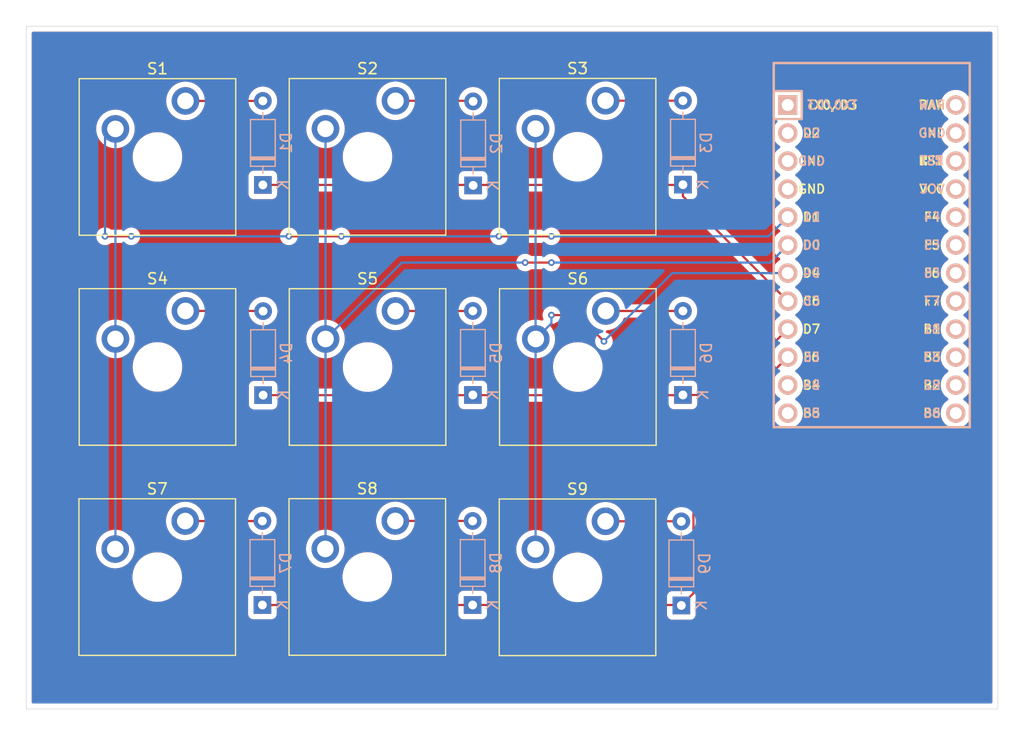
<source format=kicad_pcb>
(kicad_pcb (version 20241229) (generator "pcbnew") (generator_version "9.0")
  (layers (0 "F.Cu" signal) (2 "B.Cu" signal) (13 "F.Paste" user) (15 "B.Paste" user) (5 "F.SilkS" user "F.Silkscreen") (7 "B.SilkS" user "B.Silkscreen") (1 "F.Mask" user) (3 "B.Mask" user) (25 "Edge.Cuts" user))
  (net 0 "")
  (net 1 "Row 0")
  (net 2 "Net-(D1-A)")
  (net 3 "Net-(D2-A)")
  (net 4 "Net-(D3-A)")
  (net 5 "Row 1")
  (net 6 "Net-(D4-A)")
  (net 7 "Net-(D5-A)")
  (net 8 "Net-(D6-A)")
  (net 9 "Row 2")
  (net 10 "Net-(D7-A)")
  (net 11 "Net-(D8-A)")
  (net 12 "Net-(D9-A)")
  (net 13 "Column 0")
  (net 14 "Column 1")
  (net 15 "Column 2")
  (footprint "ScottoKeebs_MX:MX_Plate_1.00u" (layer "F.Cu") (at 142.866352 66.599667)
    (property "Reference" "S3" (at 0 -8 0) (layer "F.SilkS"))
    (property "Value" "Keyswitch")
    (fp_line (start -7.1 -7.1) (end -7.1 7.1) (stroke (width 0.12)) (layer "F.SilkS"))
    (fp_line (start -7.1 7.1) (end 7.1 7.1) (stroke (width 0.12)) (layer "F.SilkS"))
    (fp_line (start 7.1 -7.1) (end -7.1 -7.1) (stroke (width 0.12)) (layer "F.SilkS"))
    (fp_line (start 7.1 7.1) (end 7.1 -7.1) (stroke (width 0.12)) (layer "F.SilkS"))
    (pad "" np_thru_hole circle (at 0 0) (size 4 4) (drill 4) (layers "*.Cu" "*.Mask"))
    (pad "1" thru_hole circle (at -3.81 -2.54) (size 2.5 2.5) (drill 1.5) (layers "*.Cu" "*.Mask") (net 15 "Column 2"))
    (pad "2" thru_hole circle (at 2.54 -5.08) (size 2.5 2.5) (drill 1.5) (layers "*.Cu" "*.Mask") (net 4 "Net-(D3-A)"))
  )
  (footprint "ScottoKeebs_MX:MX_Plate_1.00u" (layer "F.Cu") (at 104.766352 66.619723)
    (property "Reference" "S1" (at 0 -8 0) (layer "F.SilkS"))
    (property "Value" "Keyswitch")
    (fp_line (start -7.1 -7.1) (end -7.1 7.1) (stroke (width 0.12)) (layer "F.SilkS"))
    (fp_line (start -7.1 7.1) (end 7.1 7.1) (stroke (width 0.12)) (layer "F.SilkS"))
    (fp_line (start 7.1 -7.1) (end -7.1 -7.1) (stroke (width 0.12)) (layer "F.SilkS"))
    (fp_line (start 7.1 7.1) (end 7.1 -7.1) (stroke (width 0.12)) (layer "F.SilkS"))
    (pad "" np_thru_hole circle (at 0 0) (size 4 4) (drill 4) (layers "*.Cu" "*.Mask"))
    (pad "1" thru_hole circle (at -3.81 -2.54) (size 2.5 2.5) (drill 1.5) (layers "*.Cu" "*.Mask") (net 13 "Column 0"))
    (pad "2" thru_hole circle (at 2.54 -5.08) (size 2.5 2.5) (drill 1.5) (layers "*.Cu" "*.Mask") (net 2 "Net-(D1-A)"))
  )
  (footprint "ScottoKeebs_MX:MX_Plate_1.00u" (layer "F.Cu") (at 104.766878 85.664067)
    (property "Reference" "S4" (at 0 -8 0) (layer "F.SilkS"))
    (property "Value" "Keyswitch")
    (fp_line (start -7.1 -7.1) (end -7.1 7.1) (stroke (width 0.12)) (layer "F.SilkS"))
    (fp_line (start -7.1 7.1) (end 7.1 7.1) (stroke (width 0.12)) (layer "F.SilkS"))
    (fp_line (start 7.1 -7.1) (end -7.1 -7.1) (stroke (width 0.12)) (layer "F.SilkS"))
    (fp_line (start 7.1 7.1) (end 7.1 -7.1) (stroke (width 0.12)) (layer "F.SilkS"))
    (pad "" np_thru_hole circle (at 0 0) (size 4 4) (drill 4) (layers "*.Cu" "*.Mask"))
    (pad "1" thru_hole circle (at -3.81 -2.54) (size 2.5 2.5) (drill 1.5) (layers "*.Cu" "*.Mask") (net 13 "Column 0"))
    (pad "2" thru_hole circle (at 2.54 -5.08) (size 2.5 2.5) (drill 1.5) (layers "*.Cu" "*.Mask") (net 6 "Net-(D4-A)"))
  )
  (footprint "ScottoKeebs_MX:MX_Plate_1.00u" (layer "F.Cu") (at 104.746296 104.719723)
    (property "Reference" "S7" (at 0 -8 0) (layer "F.SilkS"))
    (property "Value" "Keyswitch")
    (fp_line (start -7.1 -7.1) (end -7.1 7.1) (stroke (width 0.12)) (layer "F.SilkS"))
    (fp_line (start -7.1 7.1) (end 7.1 7.1) (stroke (width 0.12)) (layer "F.SilkS"))
    (fp_line (start 7.1 -7.1) (end -7.1 -7.1) (stroke (width 0.12)) (layer "F.SilkS"))
    (fp_line (start 7.1 7.1) (end 7.1 -7.1) (stroke (width 0.12)) (layer "F.SilkS"))
    (pad "" np_thru_hole circle (at 0 0) (size 4 4) (drill 4) (layers "*.Cu" "*.Mask"))
    (pad "1" thru_hole circle (at -3.81 -2.54) (size 2.5 2.5) (drill 1.5) (layers "*.Cu" "*.Mask") (net 13 "Column 0"))
    (pad "2" thru_hole circle (at 2.54 -5.08) (size 2.5 2.5) (drill 1.5) (layers "*.Cu" "*.Mask") (net 10 "Net-(D7-A)"))
  )
  (footprint "ScottoKeebs_MX:MX_Plate_1.00u" (layer "F.Cu") (at 123.816352 66.609695)
    (property "Reference" "S2" (at 0 -8 0) (layer "F.SilkS"))
    (property "Value" "Keyswitch")
    (fp_line (start -7.1 -7.1) (end -7.1 7.1) (stroke (width 0.12)) (layer "F.SilkS"))
    (fp_line (start -7.1 7.1) (end 7.1 7.1) (stroke (width 0.12)) (layer "F.SilkS"))
    (fp_line (start 7.1 -7.1) (end -7.1 -7.1) (stroke (width 0.12)) (layer "F.SilkS"))
    (fp_line (start 7.1 7.1) (end 7.1 -7.1) (stroke (width 0.12)) (layer "F.SilkS"))
    (pad "" np_thru_hole circle (at 0 0) (size 4 4) (drill 4) (layers "*.Cu" "*.Mask"))
    (pad "1" thru_hole circle (at -3.81 -2.54) (size 2.5 2.5) (drill 1.5) (layers "*.Cu" "*.Mask") (net 14 "Column 1"))
    (pad "2" thru_hole circle (at 2.54 -5.08) (size 2.5 2.5) (drill 1.5) (layers "*.Cu" "*.Mask") (net 3 "Net-(D2-A)"))
  )
  (footprint "ScottoKeebs_MX:MX_Plate_1.00u" (layer "F.Cu") (at 123.81998 85.668964)
    (property "Reference" "S5" (at 0 -8 0) (layer "F.SilkS"))
    (property "Value" "Keyswitch")
    (fp_line (start -7.1 -7.1) (end -7.1 7.1) (stroke (width 0.12)) (layer "F.SilkS"))
    (fp_line (start -7.1 7.1) (end 7.1 7.1) (stroke (width 0.12)) (layer "F.SilkS"))
    (fp_line (start 7.1 -7.1) (end -7.1 -7.1) (stroke (width 0.12)) (layer "F.SilkS"))
    (fp_line (start 7.1 7.1) (end 7.1 -7.1) (stroke (width 0.12)) (layer "F.SilkS"))
    (pad "" np_thru_hole circle (at 0 0) (size 4 4) (drill 4) (layers "*.Cu" "*.Mask"))
    (pad "1" thru_hole circle (at -3.81 -2.54) (size 2.5 2.5) (drill 1.5) (layers "*.Cu" "*.Mask") (net 14 "Column 1"))
    (pad "2" thru_hole circle (at 2.54 -5.08) (size 2.5 2.5) (drill 1.5) (layers "*.Cu" "*.Mask") (net 7 "Net-(D5-A)"))
  )
  (footprint "ScottoKeebs_MX:MX_Plate_1.00u" (layer "F.Cu") (at 123.796296 104.709695)
    (property "Reference" "S8" (at 0 -8 0) (layer "F.SilkS"))
    (property "Value" "Keyswitch")
    (fp_line (start -7.1 -7.1) (end -7.1 7.1) (stroke (width 0.12)) (layer "F.SilkS"))
    (fp_line (start -7.1 7.1) (end 7.1 7.1) (stroke (width 0.12)) (layer "F.SilkS"))
    (fp_line (start 7.1 -7.1) (end -7.1 -7.1) (stroke (width 0.12)) (layer "F.SilkS"))
    (fp_line (start 7.1 7.1) (end 7.1 -7.1) (stroke (width 0.12)) (layer "F.SilkS"))
    (pad "" np_thru_hole circle (at 0 0) (size 4 4) (drill 4) (layers "*.Cu" "*.Mask"))
    (pad "1" thru_hole circle (at -3.81 -2.54) (size 2.5 2.5) (drill 1.5) (layers "*.Cu" "*.Mask") (net 14 "Column 1"))
    (pad "2" thru_hole circle (at 2.54 -5.08) (size 2.5 2.5) (drill 1.5) (layers "*.Cu" "*.Mask") (net 11 "Net-(D8-A)"))
  )
  (footprint "ScottoKeebs_MCU:Arduino_Pro_Micro" (layer "F.Cu") (at 169.545 75.8825)
    (property "Reference" "U1" (hide yes))
    (property "Value" "Arduino_Pro_Micro" (hide yes))
    (fp_line (start -8.89 -17.78) (end -8.89 15.24) (stroke (width 0.2)) (layer "F.SilkS"))
    (fp_line (start -8.89 15.24) (end 8.89 15.24) (stroke (width 0.2)) (layer "F.SilkS"))
    (fp_line (start -6.35 -15.24) (end -8.89 -15.24) (stroke (width 0.2)) (layer "F.SilkS"))
    (fp_line (start -6.35 -15.24) (end -6.35 -12.7) (stroke (width 0.2)) (layer "F.SilkS"))
    (fp_line (start -6.35 -12.7) (end -8.89 -12.7) (stroke (width 0.2)) (layer "F.SilkS"))
    (fp_line (start 8.89 -17.78) (end -8.89 -17.78) (stroke (width 0.2)) (layer "F.SilkS"))
    (fp_line (start 8.89 15.24) (end 8.89 -17.78) (stroke (width 0.2)) (layer "F.SilkS"))
    (fp_poly (pts (xy 4.531568 -9.36064) (xy 4.531568 -8.56064) (xy 4.431568 -8.56064) (xy 4.431568 -9.36064)) (stroke (width 0.15)) (fill yes) (layer "F.SilkS"))
    (fp_poly (pts (xy 4.731568 -8.96064) (xy 4.731568 -8.86064) (xy 4.631568 -8.86064) (xy 4.631568 -8.96064)) (stroke (width 0.15)) (fill yes) (layer "F.SilkS"))
    (fp_poly (pts (xy 4.931568 -9.36064) (xy 4.931568 -9.26064) (xy 4.431568 -9.26064) (xy 4.431568 -9.36064)) (stroke (width 0.15)) (fill yes) (layer "F.SilkS"))
    (fp_poly (pts (xy 4.931568 -9.36064) (xy 4.931568 -9.06064) (xy 4.831568 -9.06064) (xy 4.831568 -9.36064)) (stroke (width 0.15)) (fill yes) (layer "F.SilkS"))
    (fp_poly (pts (xy 4.931568 -8.76064) (xy 4.931568 -8.56064) (xy 4.831568 -8.56064) (xy 4.831568 -8.76064)) (stroke (width 0.15)) (fill yes) (layer "F.SilkS"))
    (fp_line (start -8.89 -17.78) (end -8.89 15.24) (stroke (width 0.2)) (layer "B.SilkS"))
    (fp_line (start -8.89 15.24) (end 8.89 15.24) (stroke (width 0.2)) (layer "B.SilkS"))
    (fp_line (start -6.35 -15.24) (end -8.89 -15.24) (stroke (width 0.2)) (layer "B.SilkS"))
    (fp_line (start -6.35 -15.24) (end -6.35 -12.7) (stroke (width 0.2)) (layer "B.SilkS"))
    (fp_line (start -6.35 -12.7) (end -8.89 -12.7) (stroke (width 0.2)) (layer "B.SilkS"))
    (fp_line (start 8.89 -17.78) (end -8.89 -17.78) (stroke (width 0.2)) (layer "B.SilkS"))
    (fp_line (start 8.89 15.24) (end 8.89 -17.78) (stroke (width 0.2)) (layer "B.SilkS"))
    (fp_poly (pts (xy 5.844635 -9.35097) (xy 5.844635 -9.25097) (xy 6.344635 -9.25097) (xy 6.344635 -9.35097)) (stroke (width 0.15)) (fill yes) (layer "B.SilkS"))
    (fp_poly (pts (xy 5.844635 -9.35097) (xy 5.844635 -9.05097) (xy 5.944635 -9.05097) (xy 5.944635 -9.35097)) (stroke (width 0.15)) (fill yes) (layer "B.SilkS"))
    (fp_poly (pts (xy 5.844635 -8.75097) (xy 5.844635 -8.55097) (xy 5.944635 -8.55097) (xy 5.944635 -8.75097)) (stroke (width 0.15)) (fill yes) (layer "B.SilkS"))
    (fp_poly (pts (xy 6.044635 -8.95097) (xy 6.044635 -8.85097) (xy 6.144635 -8.85097) (xy 6.144635 -8.95097)) (stroke (width 0.15)) (fill yes) (layer "B.SilkS"))
    (fp_poly (pts (xy 6.244635 -9.35097) (xy 6.244635 -8.55097) (xy 6.344635 -8.55097) (xy 6.344635 -9.35097)) (stroke (width 0.15)) (fill yes) (layer "B.SilkS"))
    (fp_text user "B2" (at 5.461 11.43 0) (layer "F.SilkS") (effects (font (size 0.8 0.8))))
    (fp_text user "D4" (at -5.461 1.27 0) (layer "F.SilkS") (effects (font (size 0.8 0.8))))
    (fp_text user "D0" (at -5.461 -1.27 0) (layer "F.SilkS") (effects (font (size 0.8 0.8))))
    (fp_text user "D2" (at -5.461 -11.43 0) (layer "F.SilkS") (effects (font (size 0.8 0.8))))
    (fp_text user "F6" (at 5.461 1.27 0) (layer "F.SilkS") (effects (font (size 0.8 0.8))))
    (fp_text user "GND" (at 5.461 -11.43 0) (layer "F.SilkS") (effects (font (size 0.8 0.8))))
    (fp_text user "F4" (at 5.461 -3.81 0) (layer "F.SilkS") (effects (font (size 0.8 0.8))))
    (fp_text user "GND" (at -5.461 -6.35 0) (layer "F.SilkS") (effects (font (size 0.8 0.8))))
    (fp_text user "RAW" (at 5.461 -13.97 0) (layer "F.SilkS") (effects (font (size 0.8 0.8))))
    (fp_text user "C6" (at -5.461 3.81 0) (layer "F.SilkS") (effects (font (size 0.8 0.8))))
    (fp_text user "TX0/D3" (at -3.571872 -13.97 0) (layer "F.SilkS") (effects (font (size 0.8 0.8))))
    (fp_text user "F5" (at 5.461 -1.27 0) (layer "F.SilkS") (effects (font (size 0.8 0.8))))
    (fp_text user "B5" (at -5.461 13.97 0) (layer "F.SilkS") (effects (font (size 0.8 0.8))))
    (fp_text user "B3" (at 5.461 8.89 0) (layer "F.SilkS") (effects (font (size 0.8 0.8))))
    (fp_text user "D7" (at -5.461 6.35 0) (layer "F.SilkS") (effects (font (size 0.8 0.8))))
    (fp_text user "GND" (at -5.461 -8.89 0) (layer "F.SilkS") (effects (font (size 0.8 0.8))))
    (fp_text user "E6" (at -5.461 8.89 0) (layer "F.SilkS") (effects (font (size 0.8 0.8))))
    (fp_text user "B1" (at 5.461 6.35 0) (layer "F.SilkS") (effects (font (size 0.8 0.8))))
    (fp_text user "B6" (at 5.461 13.97 0) (layer "F.SilkS") (effects (font (size 0.8 0.8))))
    (fp_text user "F7" (at 5.461 3.81 0) (layer "F.SilkS") (effects (font (size 0.8 0.8))))
    (fp_text user "VCC" (at 5.461 -6.35 0) (layer "F.SilkS") (effects (font (size 0.8 0.8))))
    (fp_text user "D1" (at -5.461 -3.81 0) (layer "F.SilkS") (effects (font (size 0.8 0.8))))
    (fp_text user "ST" (at 5.73312 -8.92 0) (layer "F.SilkS") (effects (font (size 0.8 0.8))))
    (fp_text user "B4" (at -5.461 11.43 0) (layer "F.SilkS") (effects (font (size 0.8 0.8))))
    (fp_text user "E6" (at -5.461 8.89 0) (layer "B.SilkS") (effects (font (size 0.8 0.8)) (justify mirror)))
    (fp_text user "B6" (at 5.461 13.97 0) (layer "B.SilkS") (effects (font (size 0.8 0.8)) (justify mirror)))
    (fp_text user "ST" (at 5.04 -8.91 0) (layer "B.SilkS") (effects (font (size 0.8 0.8)) (justify mirror)))
    (fp_text user "VCC" (at 5.461 -6.35 0) (layer "B.SilkS") (effects (font (size 0.8 0.8)) (justify mirror)))
    (fp_text user "F5" (at 5.461 -1.27 0) (layer "B.SilkS") (effects (font (size 0.8 0.8)) (justify mirror)))
    (fp_text user "D1" (at -5.461 -3.81 0) (layer "B.SilkS") (effects (font (size 0.8 0.8)) (justify mirror)))
    (fp_text user "B4" (at -5.461 11.43 0) (layer "B.SilkS") (effects (font (size 0.8 0.8)) (justify mirror)))
    (fp_text user "B3" (at 5.461 8.89 0) (layer "B.SilkS") (effects (font (size 0.8 0.8)) (justify mirror)))
    (fp_text user "F7" (at 5.461 3.81 0) (layer "B.SilkS") (effects (font (size 0.8 0.8)) (justify mirror)))
    (fp_text user "TX0/D3" (at -3.571872 -13.97 0) (layer "B.SilkS") (effects (font (size 0.8 0.8)) (justify mirror)))
    (fp_text user "D0" (at -5.461 -1.27 0) (layer "B.SilkS") (effects (font (size 0.8 0.8)) (justify mirror)))
    (fp_text user "RAW" (at 5.461 -13.97 0) (layer "B.SilkS") (effects (font (size 0.8 0.8)) (justify mirror)))
    (fp_text user "B2" (at 5.461 11.43 0) (layer "B.SilkS") (effects (font (size 0.8 0.8)) (justify mirror)))
    (fp_text user "C6" (at -5.461 3.81 0) (layer "B.SilkS") (effects (font (size 0.8 0.8)) (justify mirror)))
    (fp_text user "F4" (at 5.461 -3.81 0) (layer "B.SilkS") (effects (font (size 0.8 0.8)) (justify mirror)))
    (fp_text user "D2" (at -5.461 -11.43 0) (layer "B.SilkS") (effects (font (size 0.8 0.8)) (justify mirror)))
    (fp_text user "B1" (at 5.461 6.35 0) (layer "B.SilkS") (effects (font (size 0.8 0.8)) (justify mirror)))
    (fp_text user "D4" (at -5.461 1.27 0) (layer "B.SilkS") (effects (font (size 0.8 0.8)) (justify mirror)))
    (fp_text user "F6" (at 5.461 1.27 0) (layer "B.SilkS") (effects (font (size 0.8 0.8)) (justify mirror)))
    (fp_text user "GND" (at -5.461 -8.89 0) (layer "B.SilkS") (effects (font (size 0.8 0.8)) (justify mirror)))
    (fp_text user "GND" (at 5.461 -11.43 0) (layer "B.SilkS") (effects (font (size 0.8 0.8)) (justify mirror)))
    (fp_text user "B5" (at -5.461 13.97 0) (layer "B.SilkS") (effects (font (size 0.8 0.8)) (justify mirror)))
    (pad "1" thru_hole rect (at -7.62 -13.97 270) (size 1.7526 1.7526) (drill 1.0922) (layers "*.Cu" "*.SilkS" "*.Mask"))
    (pad "2" thru_hole circle (at -7.62 -11.43 270) (size 1.7526 1.7526) (drill 1.0922) (layers "*.Cu" "*.SilkS" "*.Mask"))
    (pad "3" thru_hole circle (at -7.62 -8.89 270) (size 1.7526 1.7526) (drill 1.0922) (layers "*.Cu" "*.SilkS" "*.Mask"))
    (pad "4" thru_hole circle (at -7.62 -6.35 270) (size 1.7526 1.7526) (drill 1.0922) (layers "*.Cu" "*.SilkS" "*.Mask"))
    (pad "5" thru_hole circle (at -7.62 -3.81 270) (size 1.7526 1.7526) (drill 1.0922) (layers "*.Cu" "*.SilkS" "*.Mask") (net 13 "Column 0"))
    (pad "6" thru_hole circle (at -7.62 -1.27 270) (size 1.7526 1.7526) (drill 1.0922) (layers "*.Cu" "*.SilkS" "*.Mask") (net 14 "Column 1"))
    (pad "7" thru_hole circle (at -7.62 1.27 270) (size 1.7526 1.7526) (drill 1.0922) (layers "*.Cu" "*.SilkS" "*.Mask") (net 15 "Column 2"))
    (pad "8" thru_hole circle (at -7.62 3.81 270) (size 1.7526 1.7526) (drill 1.0922) (layers "*.Cu" "*.SilkS" "*.Mask") (net 1 "Row 0"))
    (pad "9" thru_hole circle (at -7.62 6.35 270) (size 1.7526 1.7526) (drill 1.0922) (layers "*.Cu" "*.SilkS" "*.Mask") (net 5 "Row 1"))
    (pad "10" thru_hole circle (at -7.62 8.89 270) (size 1.7526 1.7526) (drill 1.0922) (layers "*.Cu" "*.SilkS" "*.Mask") (net 9 "Row 2"))
    (pad "11" thru_hole circle (at -7.62 11.43 270) (size 1.7526 1.7526) (drill 1.0922) (layers "*.Cu" "*.SilkS" "*.Mask"))
    (pad "12" thru_hole circle (at -7.62 13.97 270) (size 1.7526 1.7526) (drill 1.0922) (layers "*.Cu" "*.SilkS" "*.Mask"))
    (pad "13" thru_hole circle (at 7.62 13.97 270) (size 1.7526 1.7526) (drill 1.0922) (layers "*.Cu" "*.SilkS" "*.Mask"))
    (pad "14" thru_hole circle (at 7.62 11.43 270) (size 1.7526 1.7526) (drill 1.0922) (layers "*.Cu" "*.SilkS" "*.Mask"))
    (pad "15" thru_hole circle (at 7.62 8.89 270) (size 1.7526 1.7526) (drill 1.0922) (layers "*.Cu" "*.SilkS" "*.Mask"))
    (pad "16" thru_hole circle (at 7.62 6.35 270) (size 1.7526 1.7526) (drill 1.0922) (layers "*.Cu" "*.SilkS" "*.Mask"))
    (pad "17" thru_hole circle (at 7.62 3.81 270) (size 1.7526 1.7526) (drill 1.0922) (layers "*.Cu" "*.SilkS" "*.Mask"))
    (pad "18" thru_hole circle (at 7.62 1.27 270) (size 1.7526 1.7526) (drill 1.0922) (layers "*.Cu" "*.SilkS" "*.Mask"))
    (pad "19" thru_hole circle (at 7.62 -1.27 270) (size 1.7526 1.7526) (drill 1.0922) (layers "*.Cu" "*.SilkS" "*.Mask"))
    (pad "20" thru_hole circle (at 7.62 -3.81 270) (size 1.7526 1.7526) (drill 1.0922) (layers "*.Cu" "*.SilkS" "*.Mask"))
    (pad "21" thru_hole circle (at 7.62 -6.35 270) (size 1.7526 1.7526) (drill 1.0922) (layers "*.Cu" "*.SilkS" "*.Mask"))
    (pad "22" thru_hole circle (at 7.62 -8.89 270) (size 1.7526 1.7526) (drill 1.0922) (layers "*.Cu" "*.SilkS" "*.Mask"))
    (pad "23" thru_hole circle (at 7.62 -11.43 270) (size 1.7526 1.7526) (drill 1.0922) (layers "*.Cu" "*.SilkS" "*.Mask"))
    (pad "24" thru_hole circle (at 7.62 -13.97 270) (size 1.7526 1.7526) (drill 1.0922) (layers "*.Cu" "*.SilkS" "*.Mask"))
  )
  (footprint "ScottoKeebs_MX:MX_Plate_1.00u" (layer "F.Cu") (at 142.860049 104.74006)
    (property "Reference" "S9" (at 0 -8 0) (layer "F.SilkS"))
    (property "Value" "Keyswitch")
    (fp_line (start -7.1 -7.1) (end -7.1 7.1) (stroke (width 0.12)) (layer "F.SilkS"))
    (fp_line (start -7.1 7.1) (end 7.1 7.1) (stroke (width 0.12)) (layer "F.SilkS"))
    (fp_line (start 7.1 -7.1) (end -7.1 -7.1) (stroke (width 0.12)) (layer "F.SilkS"))
    (fp_line (start 7.1 7.1) (end 7.1 -7.1) (stroke (width 0.12)) (layer "F.SilkS"))
    (pad "" np_thru_hole circle (at 0 0) (size 4 4) (drill 4) (layers "*.Cu" "*.Mask"))
    (pad "1" thru_hole circle (at -3.81 -2.54) (size 2.5 2.5) (drill 1.5) (layers "*.Cu" "*.Mask") (net 15 "Column 2"))
    (pad "2" thru_hole circle (at 2.54 -5.08) (size 2.5 2.5) (drill 1.5) (layers "*.Cu" "*.Mask") (net 12 "Net-(D9-A)"))
  )
  (footprint "ScottoKeebs_MX:MX_Plate_1.00u" (layer "F.Cu") (at 142.888212 85.668964)
    (property "Reference" "S6" (at 0 -8 0) (layer "F.SilkS"))
    (property "Value" "Keyswitch")
    (fp_line (start -7.1 -7.1) (end -7.1 7.1) (stroke (width 0.12)) (layer "F.SilkS"))
    (fp_line (start -7.1 7.1) (end 7.1 7.1) (stroke (width 0.12)) (layer "F.SilkS"))
    (fp_line (start 7.1 -7.1) (end -7.1 -7.1) (stroke (width 0.12)) (layer "F.SilkS"))
    (fp_line (start 7.1 7.1) (end 7.1 -7.1) (stroke (width 0.12)) (layer "F.SilkS"))
    (pad "" np_thru_hole circle (at 0 0) (size 4 4) (drill 4) (layers "*.Cu" "*.Mask"))
    (pad "1" thru_hole circle (at -3.81 -2.54) (size 2.5 2.5) (drill 1.5) (layers "*.Cu" "*.Mask") (net 15 "Column 2"))
    (pad "2" thru_hole circle (at 2.54 -5.08) (size 2.5 2.5) (drill 1.5) (layers "*.Cu" "*.Mask") (net 8 "Net-(D6-A)"))
  )
  (footprint "ScottoKeebs_Components:Diode_DO-35" (layer "B.Cu") (at 152.419841 88.205511 90)
    (property "Reference" "D6" (at 3.81 2.12 90) (layer "B.SilkS") (effects (justify mirror)))
    (property "Value" "Diode")
    (fp_line (start 5.93 -1.12) (end 5.93 1.12) (stroke (width 0.12)) (layer "B.SilkS"))
    (fp_line (start 1.69 -1.12) (end 5.93 -1.12) (stroke (width 0.12)) (layer "B.SilkS"))
    (fp_line (start 6.58 0) (end 5.93 0) (stroke (width 0.12)) (layer "B.SilkS"))
    (fp_line (start 1.04 0) (end 1.69 0) (stroke (width 0.12)) (layer "B.SilkS"))
    (fp_line (start 5.93 1.12) (end 1.69 1.12) (stroke (width 0.12)) (layer "B.SilkS"))
    (fp_line (start 2.53 1.12) (end 2.53 -1.12) (stroke (width 0.12)) (layer "B.SilkS"))
    (fp_line (start 2.41 1.12) (end 2.41 -1.12) (stroke (width 0.12)) (layer "B.SilkS"))
    (fp_line (start 2.29 1.12) (end 2.29 -1.12) (stroke (width 0.12)) (layer "B.SilkS"))
    (fp_line (start 1.69 1.12) (end 1.69 -1.12) (stroke (width 0.12)) (layer "B.SilkS"))
    (fp_text user "K" (at 0 1.8 90) (layer "B.SilkS") (effects (justify mirror)))
    (pad "1" thru_hole rect (at 0 0 90) (size 1.6 1.6) (drill 0.8) (layers "*.Cu" "*.Mask") (net 5 "Row 1"))
    (pad "2" thru_hole oval (at 7.62 0 90) (size 1.6 1.6) (drill 0.8) (layers "*.Cu" "*.Mask") (net 8 "Net-(D6-A)"))
  )
  (footprint "ScottoKeebs_Components:Diode_DO-35" (layer "B.Cu") (at 133.35 107.252269 90)
    (property "Reference" "D8" (at 3.81 2.12 90) (layer "B.SilkS") (effects (justify mirror)))
    (property "Value" "Diode")
    (fp_line (start 5.93 -1.12) (end 5.93 1.12) (stroke (width 0.12)) (layer "B.SilkS"))
    (fp_line (start 1.69 -1.12) (end 5.93 -1.12) (stroke (width 0.12)) (layer "B.SilkS"))
    (fp_line (start 6.58 0) (end 5.93 0) (stroke (width 0.12)) (layer "B.SilkS"))
    (fp_line (start 1.04 0) (end 1.69 0) (stroke (width 0.12)) (layer "B.SilkS"))
    (fp_line (start 5.93 1.12) (end 1.69 1.12) (stroke (width 0.12)) (layer "B.SilkS"))
    (fp_line (start 2.53 1.12) (end 2.53 -1.12) (stroke (width 0.12)) (layer "B.SilkS"))
    (fp_line (start 2.41 1.12) (end 2.41 -1.12) (stroke (width 0.12)) (layer "B.SilkS"))
    (fp_line (start 2.29 1.12) (end 2.29 -1.12) (stroke (width 0.12)) (layer "B.SilkS"))
    (fp_line (start 1.69 1.12) (end 1.69 -1.12) (stroke (width 0.12)) (layer "B.SilkS"))
    (fp_text user "K" (at 0 1.8 90) (layer "B.SilkS") (effects (justify mirror)))
    (pad "1" thru_hole rect (at 0 0 90) (size 1.6 1.6) (drill 0.8) (layers "*.Cu" "*.Mask") (net 9 "Row 2"))
    (pad "2" thru_hole oval (at 7.62 0 90) (size 1.6 1.6) (drill 0.8) (layers "*.Cu" "*.Mask") (net 11 "Net-(D8-A)"))
  )
  (footprint "ScottoKeebs_Components:Diode_DO-35" (layer "B.Cu") (at 114.34878 88.222495 90)
    (property "Reference" "D4" (at 3.81 2.12 90) (layer "B.SilkS") (effects (justify mirror)))
    (property "Value" "Diode")
    (fp_line (start 5.93 -1.12) (end 5.93 1.12) (stroke (width 0.12)) (layer "B.SilkS"))
    (fp_line (start 1.69 -1.12) (end 5.93 -1.12) (stroke (width 0.12)) (layer "B.SilkS"))
    (fp_line (start 6.58 0) (end 5.93 0) (stroke (width 0.12)) (layer "B.SilkS"))
    (fp_line (start 1.04 0) (end 1.69 0) (stroke (width 0.12)) (layer "B.SilkS"))
    (fp_line (start 5.93 1.12) (end 1.69 1.12) (stroke (width 0.12)) (layer "B.SilkS"))
    (fp_line (start 2.53 1.12) (end 2.53 -1.12) (stroke (width 0.12)) (layer "B.SilkS"))
    (fp_line (start 2.41 1.12) (end 2.41 -1.12) (stroke (width 0.12)) (layer "B.SilkS"))
    (fp_line (start 2.29 1.12) (end 2.29 -1.12) (stroke (width 0.12)) (layer "B.SilkS"))
    (fp_line (start 1.69 1.12) (end 1.69 -1.12) (stroke (width 0.12)) (layer "B.SilkS"))
    (fp_text user "K" (at 0 1.8 90) (layer "B.SilkS") (effects (justify mirror)))
    (pad "1" thru_hole rect (at 0 0 90) (size 1.6 1.6) (drill 0.8) (layers "*.Cu" "*.Mask") (net 5 "Row 1"))
    (pad "2" thru_hole oval (at 7.62 0 90) (size 1.6 1.6) (drill 0.8) (layers "*.Cu" "*.Mask") (net 6 "Net-(D4-A)"))
  )
  (footprint "ScottoKeebs_Components:Diode_DO-35" (layer "B.Cu") (at 133.395 69.201475 90)
    (property "Reference" "D2" (at 3.81 2.12 90) (layer "B.SilkS") (effects (justify mirror)))
    (property "Value" "Diode")
    (fp_line (start 5.93 -1.12) (end 5.93 1.12) (stroke (width 0.12)) (layer "B.SilkS"))
    (fp_line (start 1.69 -1.12) (end 5.93 -1.12) (stroke (width 0.12)) (layer "B.SilkS"))
    (fp_line (start 6.58 0) (end 5.93 0) (stroke (width 0.12)) (layer "B.SilkS"))
    (fp_line (start 1.04 0) (end 1.69 0) (stroke (width 0.12)) (layer "B.SilkS"))
    (fp_line (start 5.93 1.12) (end 1.69 1.12) (stroke (width 0.12)) (layer "B.SilkS"))
    (fp_line (start 2.53 1.12) (end 2.53 -1.12) (stroke (width 0.12)) (layer "B.SilkS"))
    (fp_line (start 2.41 1.12) (end 2.41 -1.12) (stroke (width 0.12)) (layer "B.SilkS"))
    (fp_line (start 2.29 1.12) (end 2.29 -1.12) (stroke (width 0.12)) (layer "B.SilkS"))
    (fp_line (start 1.69 1.12) (end 1.69 -1.12) (stroke (width 0.12)) (layer "B.SilkS"))
    (fp_text user "K" (at 0 1.8 90) (layer "B.SilkS") (effects (justify mirror)))
    (pad "1" thru_hole rect (at 0 0 90) (size 1.6 1.6) (drill 0.8) (layers "*.Cu" "*.Mask") (net 1 "Row 0"))
    (pad "2" thru_hole oval (at 7.62 0 90) (size 1.6 1.6) (drill 0.8) (layers "*.Cu" "*.Mask") (net 3 "Net-(D2-A)"))
  )
  (footprint "ScottoKeebs_Components:Diode_DO-35" (layer "B.Cu") (at 114.282706 107.252039 90)
    (property "Reference" "D7" (at 3.81 2.12 90) (layer "B.SilkS") (effects (justify mirror)))
    (property "Value" "Diode")
    (fp_line (start 5.93 -1.12) (end 5.93 1.12) (stroke (width 0.12)) (layer "B.SilkS"))
    (fp_line (start 1.69 -1.12) (end 5.93 -1.12) (stroke (width 0.12)) (layer "B.SilkS"))
    (fp_line (start 6.58 0) (end 5.93 0) (stroke (width 0.12)) (layer "B.SilkS"))
    (fp_line (start 1.04 0) (end 1.69 0) (stroke (width 0.12)) (layer "B.SilkS"))
    (fp_line (start 5.93 1.12) (end 1.69 1.12) (stroke (width 0.12)) (layer "B.SilkS"))
    (fp_line (start 2.53 1.12) (end 2.53 -1.12) (stroke (width 0.12)) (layer "B.SilkS"))
    (fp_line (start 2.41 1.12) (end 2.41 -1.12) (stroke (width 0.12)) (layer "B.SilkS"))
    (fp_line (start 2.29 1.12) (end 2.29 -1.12) (stroke (width 0.12)) (layer "B.SilkS"))
    (fp_line (start 1.69 1.12) (end 1.69 -1.12) (stroke (width 0.12)) (layer "B.SilkS"))
    (fp_text user "K" (at 0 1.8 90) (layer "B.SilkS") (effects (justify mirror)))
    (pad "1" thru_hole rect (at 0 0 90) (size 1.6 1.6) (drill 0.8) (layers "*.Cu" "*.Mask") (net 9 "Row 2"))
    (pad "2" thru_hole oval (at 7.62 0 90) (size 1.6 1.6) (drill 0.8) (layers "*.Cu" "*.Mask") (net 10 "Net-(D7-A)"))
  )
  (footprint "ScottoKeebs_Components:Diode_DO-35" (layer "B.Cu") (at 152.419841 69.135669 90)
    (property "Reference" "D3" (at 3.81 2.12 90) (layer "B.SilkS") (effects (justify mirror)))
    (property "Value" "Diode")
    (fp_line (start 5.93 -1.12) (end 5.93 1.12) (stroke (width 0.12)) (layer "B.SilkS"))
    (fp_line (start 1.69 -1.12) (end 5.93 -1.12) (stroke (width 0.12)) (layer "B.SilkS"))
    (fp_line (start 6.58 0) (end 5.93 0) (stroke (width 0.12)) (layer "B.SilkS"))
    (fp_line (start 1.04 0) (end 1.69 0) (stroke (width 0.12)) (layer "B.SilkS"))
    (fp_line (start 5.93 1.12) (end 1.69 1.12) (stroke (width 0.12)) (layer "B.SilkS"))
    (fp_line (start 2.53 1.12) (end 2.53 -1.12) (stroke (width 0.12)) (layer "B.SilkS"))
    (fp_line (start 2.41 1.12) (end 2.41 -1.12) (stroke (width 0.12)) (layer "B.SilkS"))
    (fp_line (start 2.29 1.12) (end 2.29 -1.12) (stroke (width 0.12)) (layer "B.SilkS"))
    (fp_line (start 1.69 1.12) (end 1.69 -1.12) (stroke (width 0.12)) (layer "B.SilkS"))
    (fp_text user "K" (at 0 1.8 90) (layer "B.SilkS") (effects (justify mirror)))
    (pad "1" thru_hole rect (at 0 0 90) (size 1.6 1.6) (drill 0.8) (layers "*.Cu" "*.Mask") (net 1 "Row 0"))
    (pad "2" thru_hole oval (at 7.62 0 90) (size 1.6 1.6) (drill 0.8) (layers "*.Cu" "*.Mask") (net 4 "Net-(D3-A)"))
  )
  (footprint "ScottoKeebs_Components:Diode_DO-35" (layer "B.Cu") (at 114.324767 69.157457 90)
    (property "Reference" "D1" (at 3.81 2.12 90) (layer "B.SilkS") (effects (justify mirror)))
    (property "Value" "Diode")
    (fp_line (start 5.93 -1.12) (end 5.93 1.12) (stroke (width 0.12)) (layer "B.SilkS"))
    (fp_line (start 1.69 -1.12) (end 5.93 -1.12) (stroke (width 0.12)) (layer "B.SilkS"))
    (fp_line (start 6.58 0) (end 5.93 0) (stroke (width 0.12)) (layer "B.SilkS"))
    (fp_line (start 1.04 0) (end 1.69 0) (stroke (width 0.12)) (layer "B.SilkS"))
    (fp_line (start 5.93 1.12) (end 1.69 1.12) (stroke (width 0.12)) (layer "B.SilkS"))
    (fp_line (start 2.53 1.12) (end 2.53 -1.12) (stroke (width 0.12)) (layer "B.SilkS"))
    (fp_line (start 2.41 1.12) (end 2.41 -1.12) (stroke (width 0.12)) (layer "B.SilkS"))
    (fp_line (start 2.29 1.12) (end 2.29 -1.12) (stroke (width 0.12)) (layer "B.SilkS"))
    (fp_line (start 1.69 1.12) (end 1.69 -1.12) (stroke (width 0.12)) (layer "B.SilkS"))
    (fp_text user "K" (at 0 1.8 90) (layer "B.SilkS") (effects (justify mirror)))
    (pad "1" thru_hole rect (at 0 0 90) (size 1.6 1.6) (drill 0.8) (layers "*.Cu" "*.Mask") (net 1 "Row 0"))
    (pad "2" thru_hole oval (at 7.62 0 90) (size 1.6 1.6) (drill 0.8) (layers "*.Cu" "*.Mask") (net 2 "Net-(D1-A)"))
  )
  (footprint "ScottoKeebs_Components:Diode_DO-35" (layer "B.Cu") (at 152.274461 107.291984 90)
    (property "Reference" "D9" (at 3.81 2.12 90) (layer "B.SilkS") (effects (justify mirror)))
    (property "Value" "Diode")
    (fp_line (start 5.93 -1.12) (end 5.93 1.12) (stroke (width 0.12)) (layer "B.SilkS"))
    (fp_line (start 1.69 -1.12) (end 5.93 -1.12) (stroke (width 0.12)) (layer "B.SilkS"))
    (fp_line (start 6.58 0) (end 5.93 0) (stroke (width 0.12)) (layer "B.SilkS"))
    (fp_line (start 1.04 0) (end 1.69 0) (stroke (width 0.12)) (layer "B.SilkS"))
    (fp_line (start 5.93 1.12) (end 1.69 1.12) (stroke (width 0.12)) (layer "B.SilkS"))
    (fp_line (start 2.53 1.12) (end 2.53 -1.12) (stroke (width 0.12)) (layer "B.SilkS"))
    (fp_line (start 2.41 1.12) (end 2.41 -1.12) (stroke (width 0.12)) (layer "B.SilkS"))
    (fp_line (start 2.29 1.12) (end 2.29 -1.12) (stroke (width 0.12)) (layer "B.SilkS"))
    (fp_line (start 1.69 1.12) (end 1.69 -1.12) (stroke (width 0.12)) (layer "B.SilkS"))
    (fp_text user "K" (at 0 1.8 90) (layer "B.SilkS") (effects (justify mirror)))
    (pad "1" thru_hole rect (at 0 0 90) (size 1.6 1.6) (drill 0.8) (layers "*.Cu" "*.Mask") (net 9 "Row 2"))
    (pad "2" thru_hole oval (at 7.62 0 90) (size 1.6 1.6) (drill 0.8) (layers "*.Cu" "*.Mask") (net 12 "Net-(D9-A)"))
  )
  (footprint "ScottoKeebs_Components:Diode_DO-35" (layer "B.Cu") (at 133.369841 88.205511 90)
    (property "Reference" "D5" (at 3.81 2.12 90) (layer "B.SilkS") (effects (justify mirror)))
    (property "Value" "Diode")
    (fp_line (start 5.93 -1.12) (end 5.93 1.12) (stroke (width 0.12)) (layer "B.SilkS"))
    (fp_line (start 1.69 -1.12) (end 5.93 -1.12) (stroke (width 0.12)) (layer "B.SilkS"))
    (fp_line (start 6.58 0) (end 5.93 0) (stroke (width 0.12)) (layer "B.SilkS"))
    (fp_line (start 1.04 0) (end 1.69 0) (stroke (width 0.12)) (layer "B.SilkS"))
    (fp_line (start 5.93 1.12) (end 1.69 1.12) (stroke (width 0.12)) (layer "B.SilkS"))
    (fp_line (start 2.53 1.12) (end 2.53 -1.12) (stroke (width 0.12)) (layer "B.SilkS"))
    (fp_line (start 2.41 1.12) (end 2.41 -1.12) (stroke (width 0.12)) (layer "B.SilkS"))
    (fp_line (start 2.29 1.12) (end 2.29 -1.12) (stroke (width 0.12)) (layer "B.SilkS"))
    (fp_line (start 1.69 1.12) (end 1.69 -1.12) (stroke (width 0.12)) (layer "B.SilkS"))
    (fp_text user "K" (at 0 1.8 90) (layer "B.SilkS") (effects (justify mirror)))
    (pad "1" thru_hole rect (at 0 0 90) (size 1.6 1.6) (drill 0.8) (layers "*.Cu" "*.Mask") (net 5 "Row 1"))
    (pad "2" thru_hole oval (at 7.62 0 90) (size 1.6 1.6) (drill 0.8) (layers "*.Cu" "*.Mask") (net 7 "Net-(D5-A)"))
  )
  (gr_rect (start 92.86875 54.76875) (end 180.975 116.68125) (stroke (width 0.05)) (fill no) (layer "Edge.Cuts"))
  (segment (start 114.324767 69.157457) (end 152.398053 69.157457) (width 0.2) (layer "F.Cu") (net 1))
  (segment (start 152.419841 70.187341) (end 161.925 79.6925) (width 0.2) (layer "F.Cu") (net 1))
  (segment (start 152.398053 69.157457) (end 152.419841 69.135669) (width 0.2) (layer "F.Cu") (net 1))
  (segment (start 152.419841 69.135669) (end 152.419841 70.187341) (width 0.2) (layer "F.Cu") (net 1))
  (segment (start 107.306352 61.539723) (end 114.322501 61.539723) (width 0.2) (layer "F.Cu") (net 2))
  (segment (start 114.322501 61.539723) (end 114.324767 61.537457) (width 0.2) (layer "F.Cu") (net 2))
  (segment (start 133.34322 61.529695) (end 133.395 61.581475) (width 0.2) (layer "F.Cu") (net 3))
  (segment (start 126.356352 61.529695) (end 133.34322 61.529695) (width 0.2) (layer "F.Cu") (net 3))
  (segment (start 145.406352 61.519667) (end 152.415843 61.519667) (width 0.2) (layer "F.Cu") (net 4))
  (segment (start 152.415843 61.519667) (end 152.419841 61.515669) (width 0.2) (layer "F.Cu") (net 4))
  (segment (start 152.402857 88.222495) (end 152.419841 88.205511) (width 0.2) (layer "F.Cu") (net 5))
  (segment (start 152.419841 88.205511) (end 155.951989 88.205511) (width 0.2) (layer "F.Cu") (net 5))
  (segment (start 155.951989 88.205511) (end 161.925 82.2325) (width 0.2) (layer "F.Cu") (net 5))
  (segment (start 114.34878 88.222495) (end 152.402857 88.222495) (width 0.2) (layer "F.Cu") (net 5))
  (segment (start 107.306878 80.584067) (end 114.330352 80.584067) (width 0.2) (layer "F.Cu") (net 6))
  (segment (start 114.330352 80.584067) (end 114.34878 80.602495) (width 0.2) (layer "F.Cu") (net 6))
  (segment (start 126.35998 80.588964) (end 133.366388 80.588964) (width 0.2) (layer "F.Cu") (net 7))
  (segment (start 133.366388 80.588964) (end 133.369841 80.585511) (width 0.2) (layer "F.Cu") (net 7))
  (segment (start 152.416388 80.588964) (end 152.419841 80.585511) (width 0.2) (layer "F.Cu") (net 8))
  (segment (start 145.428212 80.588964) (end 152.416388 80.588964) (width 0.2) (layer "F.Cu") (net 8))
  (segment (start 114.282706 107.252039) (end 152.234516 107.252039) (width 0.2) (layer "F.Cu") (net 9))
  (segment (start 153.375461 93.322039) (end 161.925 84.7725) (width 0.2) (layer "F.Cu") (net 9))
  (segment (start 152.274461 107.291984) (end 153.375461 106.190984) (width 0.2) (layer "F.Cu") (net 9))
  (segment (start 152.234516 107.252039) (end 152.274461 107.291984) (width 0.2) (layer "F.Cu") (net 9))
  (segment (start 153.375461 106.190984) (end 153.375461 93.322039) (width 0.2) (layer "F.Cu") (net 9))
  (segment (start 114.275022 99.639723) (end 114.282706 99.632039) (width 0.2) (layer "F.Cu") (net 10))
  (segment (start 107.286296 99.639723) (end 114.275022 99.639723) (width 0.2) (layer "F.Cu") (net 10))
  (segment (start 133.347426 99.629695) (end 133.35 99.632269) (width 0.2) (layer "F.Cu") (net 11))
  (segment (start 126.336296 99.629695) (end 133.347426 99.629695) (width 0.2) (layer "F.Cu") (net 11))
  (segment (start 145.400049 99.66006) (end 152.262537 99.66006) (width 0.2) (layer "F.Cu") (net 12))
  (segment (start 152.262537 99.66006) (end 152.274461 99.671984) (width 0.2) (layer "F.Cu") (net 12))
  (segment (start 121.44375 73.81875) (end 116.68125 73.81875) (width 0.2) (layer "F.Cu") (net 13))
  (segment (start 102.39375 73.81875) (end 100.0125 73.81875) (width 0.2) (layer "F.Cu") (net 13))
  (segment (start 140.49375 73.81875) (end 135.73125 73.81875) (width 0.2) (layer "F.Cu") (net 13))
  (via (at 100.0125 73.81875) (size 0.6) (drill 0.3) (layers "F.Cu" "B.Cu") (net 13))
  (via (at 116.68125 73.81875) (size 0.6) (drill 0.3) (layers "F.Cu" "B.Cu") (net 13))
  (via (at 102.39375 73.81875) (size 0.6) (drill 0.3) (layers "F.Cu" "B.Cu") (net 13))
  (via (at 121.44375 73.81875) (size 0.6) (drill 0.3) (layers "F.Cu" "B.Cu") (net 13))
  (via (at 140.49375 73.81875) (size 0.6) (drill 0.3) (layers "F.Cu" "B.Cu") (net 13))
  (via (at 135.73125 73.81875) (size 0.6) (drill 0.3) (layers "F.Cu" "B.Cu") (net 13))
  (segment (start 135.73125 73.81875) (end 121.44375 73.81875) (width 0.2) (layer "B.Cu") (net 13))
  (segment (start 160.17875 73.81875) (end 140.49375 73.81875) (width 0.2) (layer "B.Cu") (net 13))
  (segment (start 116.68125 73.81875) (end 102.39375 73.81875) (width 0.2) (layer "B.Cu") (net 13))
  (segment (start 161.925 72.0725) (end 160.17875 73.81875) (width 0.2) (layer "B.Cu") (net 13))
  (segment (start 100.0125 73.81875) (end 100.0125 64.29375) (width 0.2) (layer "B.Cu") (net 13))
  (segment (start 100.226527 64.079723) (end 100.956352 64.079723) (width 0.2) (layer "B.Cu") (net 13))
  (segment (start 100.0125 64.29375) (end 100.226527 64.079723) (width 0.2) (layer "B.Cu") (net 13))
  (segment (start 100.956352 64.079723) (end 100.956352 102.159667) (width 0.2) (layer "B.Cu") (net 13))
  (segment (start 100.956352 102.159667) (end 100.936296 102.179723) (width 0.2) (layer "B.Cu") (net 13))
  (segment (start 140.49375 76.2) (end 138.1125 76.2) (width 0.2) (layer "F.Cu") (net 14))
  (via (at 140.49375 76.2) (size 0.6) (drill 0.3) (layers "F.Cu" "B.Cu") (net 14))
  (via (at 138.1125 76.2) (size 0.6) (drill 0.3) (layers "F.Cu" "B.Cu") (net 14))
  (segment (start 120.006352 102.149639) (end 119.986296 102.169695) (width 0.2) (layer "B.Cu") (net 14))
  (segment (start 126.938944 76.2) (end 120.00998 83.128964) (width 0.2) (layer "B.Cu") (net 14))
  (segment (start 120.00998 87.849299) (end 120.00998 83.128964) (width 0.2) (layer "B.Cu") (net 14))
  (segment (start 161.925 74.6125) (end 160.3375 76.2) (width 0.2) (layer "B.Cu") (net 14))
  (segment (start 138.1125 76.2) (end 126.938944 76.2) (width 0.2) (layer "B.Cu") (net 14))
  (segment (start 120.006352 64.069695) (end 120.006352 102.149639) (width 0.2) (layer "B.Cu") (net 14))
  (segment (start 160.3375 76.2) (end 140.49375 76.2) (width 0.2) (layer "B.Cu") (net 14))
  (segment (start 142.875 80.9625) (end 140.49375 80.9625) (width 0.2) (layer "F.Cu") (net 15))
  (segment (start 145.25625 83.34375) (end 142.875 80.9625) (width 0.2) (layer "F.Cu") (net 15))
  (via (at 145.25625 83.34375) (size 0.6) (drill 0.3) (layers "F.Cu" "B.Cu") (net 15))
  (via (at 140.49375 80.9625) (size 0.6) (drill 0.3) (layers "F.Cu" "B.Cu") (net 15))
  (segment (start 151.4475 77.1525) (end 145.25625 83.34375) (width 0.2) (layer "B.Cu") (net 15))
  (segment (start 139.056352 64.059667) (end 139.056352 102.193757) (width 0.2) (layer "B.Cu") (net 15))
  (segment (start 140.49375 80.9625) (end 140.49375 81.713426) (width 0.2) (layer "B.Cu") (net 15))
  (segment (start 161.925 77.1525) (end 151.4475 77.1525) (width 0.2) (layer "B.Cu") (net 15))
  (segment (start 140.49375 81.713426) (end 139.078212 83.128964) (width 0.2) (layer "B.Cu") (net 15))
  (segment (start 139.056352 102.193757) (end 139.050049 102.20006) (width 0.2) (layer "B.Cu") (net 15))
  (zone (net 0) (net_name "") (layers "F.Cu" "B.Cu") (connect_pads (clearance 0.5)) (min_thickness 0.25) (fill yes (thermal_gap 0.5) (thermal_bridge_width 0.5) (island_removal_mode 1) (island_area_min 10))
    (polygon (pts (xy 90.4875 52.3875) (xy 90.4875 119.0625) (xy 183.35625 119.0625) (xy 183.35625 52.3875)))
  )
)
</source>
